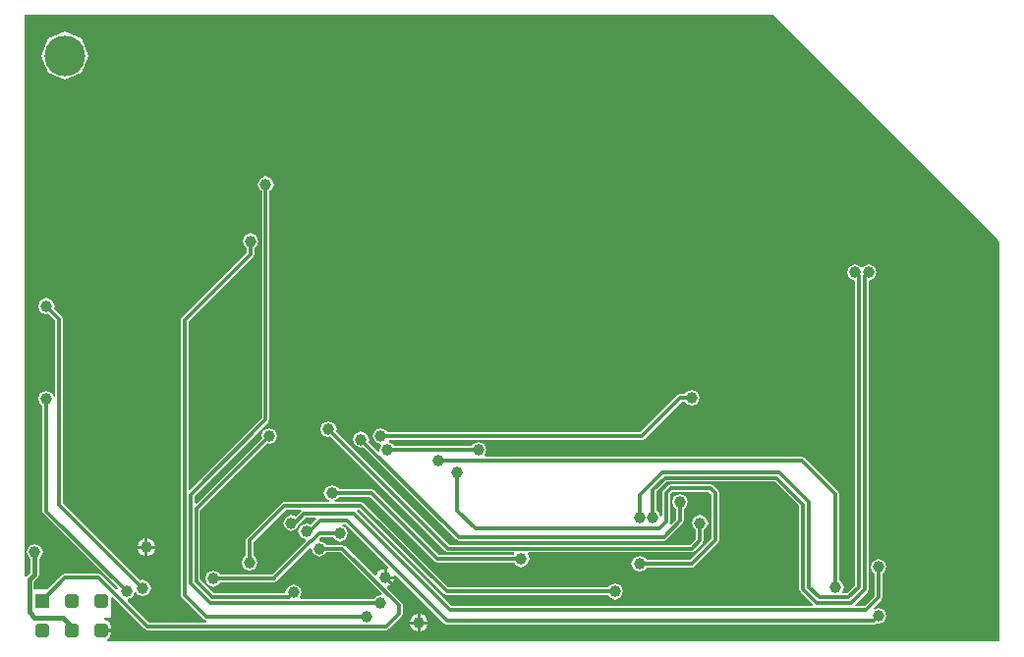
<source format=gbl>
%FSTAX25Y25*%
%MOIN*%
%SFA1B1*%

%IPPOS*%
%AMD31*
4,1,8,-0.011800,-0.023600,0.011800,-0.023600,0.023600,-0.011800,0.023600,0.011800,0.011800,0.023600,-0.011800,0.023600,-0.023600,0.011800,-0.023600,-0.011800,-0.011800,-0.023600,0.0*
1,1,0.023620,-0.011800,-0.011800*
1,1,0.023620,0.011800,-0.011800*
1,1,0.023620,0.011800,0.011800*
1,1,0.023620,-0.011800,0.011800*
%
%ADD26C,0.011810*%
%ADD27C,0.015750*%
G04~CAMADD=31~8~0.0~0.0~472.4~472.4~118.1~0.0~15~0.0~0.0~0.0~0.0~0~0.0~0.0~0.0~0.0~0~0.0~0.0~0.0~180.0~472.0~472.0*
%ADD31D31*%
%ADD32R,0.047240X0.047240*%
%ADD33C,0.039370*%
%ADD34C,0.137800*%
%LNvisitcardpcb-1*%
%LPD*%
G36*
X0332677Y0137795D02*
Y0001969D01*
X0030025*
X0029907Y0002559*
X0030724Y0002898*
X0031416Y0004567*
Y0005248*
X0027874*
Y0006248*
X0031416*
Y0006929*
X0030724Y0008598*
X0029055Y000929*
X0029147Y0009843*
X0031496*
Y0016697*
X0032042Y0016923*
X0042799Y0006166*
X004371Y0005788*
X0124794*
X0125705Y0006166*
X0130045Y0010506*
X0130422Y0011417*
Y0014173*
X0130045Y0015084*
Y0015085*
X0125005Y0020124*
X012512Y0020704*
X0126681Y002135*
X0127415Y0023122*
X0124409*
Y0023622*
X0123909*
Y0026628*
X0122137Y0025894*
X0121491Y0024333*
X0120912Y0024218*
X0110754Y0034376*
X0109843Y0034753*
X0104215*
X0103934Y003543*
X0102194Y0036151*
X0101998Y003679*
X0102502Y0037294*
X0106809*
X0107089Y0036617*
X0109055Y0035803*
X0111021Y0036617*
X0111835Y0038583*
X0111021Y0040549*
X0109848Y0041034*
X0109966Y0041625*
X0110883*
X0125496Y0027012*
X0125168Y0026521*
X0124909Y0026628*
Y0024122*
X0127415*
X0127308Y0024381*
X0127799Y0024709*
X0144364Y0008144*
X0145276Y0007767*
X0290158*
X0291045Y0008134*
X0291732Y000785*
X0293698Y0008664*
X0294512Y001063*
X0293698Y0012596*
X0291732Y001341*
X0290262Y0012801*
X0289927Y0013302*
X0292643Y0016018*
X0293021Y0016929*
Y0024919*
X0293698Y0025199*
X0294512Y0027165*
X0293698Y0029131*
X0291732Y0029945*
X0289766Y0029131*
X0288952Y0027165*
X0289766Y0025199*
X0290444Y0024919*
Y0017463*
X0286868Y0013887*
X0283895*
X0283651Y0014478*
X0287919Y0018746*
X0288297Y0019657*
Y0124387*
X0290258Y0125199*
X0291072Y0127165*
X0290258Y0129131*
X0288292Y0129946*
X0286355Y0129143*
X0286245Y0129113*
X0285802*
X0285692Y0129143*
X0283755Y0129946*
X0281789Y0129131*
X0280975Y0127165*
X0281789Y0125199*
X0283751Y0124387*
Y0021006*
X0280962Y0018218*
X0279614*
X0279256Y0018808*
X0279945Y0020472*
X0279131Y0022438*
X0278454Y0022719*
Y0051968*
X0278077Y005288*
X0266659Y0064297*
X0265748Y0064674*
X0158354*
X0157996Y0065265*
X0158686Y0066929*
X0157871Y0068895*
X0155905Y0069709*
X015394Y0068895*
X0153659Y0068218*
X0127443*
X0127163Y0068895*
X0125803Y0069458*
X0125543Y0070166*
X0125657Y0070365*
X0211417*
X0212328Y0070742*
X0224943Y0083357*
X02261*
X0226381Y008268*
X0228346Y0081866*
X0230312Y008268*
X0231127Y0084646*
X0230312Y0086611*
X0228346Y0087426*
X0226381Y0086611*
X02261Y0085934*
X022441*
X0223498Y0085557*
X0210883Y0072942*
X0125081*
X01248Y0073619*
X0122834Y0074433*
X0120869Y0073619*
X0120054Y0071653*
X0120869Y0069688*
X012262Y0068962*
X0122834Y0068873*
X0122996Y0068328*
X0122417Y0066929*
X012248Y0066775*
X012199Y0066447*
X0118641Y0069795*
X0118922Y0070472*
X0118108Y0072438*
X0116142Y0073253*
X0114176Y0072438*
X0113362Y0070472*
X0114176Y0068507*
X0116142Y0067692*
X0116819Y0067973*
X0148301Y003649*
X0149213Y0036113*
X0218898*
X0219809Y003649*
X0225321Y0042002*
X0225698Y0042913*
Y0046966*
X0226375Y0047247*
X022719Y0049213*
X0226375Y0051178*
X022441Y0051993*
X0222444Y0051178*
X0221629Y0049213*
X0222444Y0047247*
X0223121Y0046966*
Y0043447*
X0221202Y0041529*
X0220702Y0041863*
X0220974Y004252*
Y0051828*
X0221794Y0052648*
X0234112*
X0235129Y0051632*
Y0036951*
X0227813Y0029635*
X0212876*
X0212596Y0030312*
X021063Y0031127*
X0208664Y0030312*
X020785Y0028346*
X0208664Y0026381*
X021063Y0025566*
X0212596Y0026381*
X0212876Y0027058*
X0228346*
X0229258Y0027435*
X0237329Y0035506*
X0237706Y0036417*
Y0052165*
X0237329Y0053077*
X0235557Y0054848*
X0234646Y0055226*
X022126*
X0220349Y0054848*
X0218774Y0053273*
X0218396Y0052362*
Y0044553*
X0217806Y0044435*
X0217133Y004606*
X0216456Y0046341*
Y0052822*
X0219825Y0056192*
X0256553*
X0264853Y0047891*
Y0019657*
X026523Y0018746*
X0269499Y0014478*
X0269254Y0013887*
X0146991*
X0114725Y0046152*
X0114739Y0046321*
X0114892Y0046743*
X0115608*
X0144364Y0017986*
X0145276Y0017609*
X0200116*
X0200396Y0016932*
X0202362Y0016117*
X0204328Y0016932*
X0205142Y0018898*
X0204328Y0020864*
X0202362Y0021678*
X0200396Y0020864*
X0200116Y0020186*
X0145809*
X0117053Y0048943*
X0116142Y004932*
X010721*
X0107093Y0049911*
X0108265Y0050396*
X0108546Y0051074*
X0119151*
X0141215Y002901*
X0142126Y0028633*
X0168226*
X0168507Y0027955*
X0170472Y0027141*
X0172438Y0027955*
X0173253Y0029921*
X0172563Y0031585*
X0172921Y0032176*
X0228346*
X0229258Y0032553*
X0232014Y0035309*
X0232391Y003622*
Y003988*
X0233068Y004016*
X0233882Y0042126*
X0233068Y0044092*
X0231102Y0044906*
X0229136Y0044092*
X0228322Y0042126*
X0229136Y004016*
X0229814Y003988*
Y0036754*
X0227813Y0034753*
X0146203*
X0107618Y0073339*
X0107898Y0074016*
X0107084Y0075982*
X0105118Y0076796*
X0103152Y0075982*
X0102338Y0074016*
X0103152Y007205*
X0105118Y0071236*
X0105795Y0071516*
X0144758Y0032553*
X0145669Y0032176*
X0167876*
X0168194Y0031656*
X0167971Y003121*
X014266*
X0120596Y0053273*
X0119685Y0053651*
X0108546*
X0108265Y0054328*
X0106299Y0055142*
X0104333Y0054328*
X0103519Y0052362*
X0104333Y0050396*
X0105506Y0049911*
X0105388Y004932*
X0090158*
X0089246Y0048943*
X0077435Y0037132*
X0077058Y003622*
Y0030986*
X0076381Y0030706*
X0075566Y002874*
X0076381Y0026774*
X0078347Y002596*
X0080312Y0026774*
X0081127Y002874*
X0080312Y0030706*
X0079635Y0030986*
Y0035687*
X0090691Y0046743*
X0095738*
X0095891Y0046321*
X0095905Y0046152*
X0094032Y004428*
X009252Y0044906*
X0090554Y0044092*
X008974Y0042126*
X0090554Y004016*
X009252Y0039346*
X0094485Y004016*
X0095142Y0041745*
X0097384Y0043987*
X0100778*
X0101023Y0043396*
X009915Y0041524*
X0097638Y004215*
X0095672Y0041336*
X0094858Y003937*
X0095672Y0037404*
X009734Y0036713*
X0097507Y0036044*
X0085979Y0024517*
X0068388*
X0068108Y0025194*
X0066142Y0026008*
X0064176Y0025194*
X0063362Y0023228*
X0064176Y0021262*
X0066142Y0020448*
X0068108Y0021262*
X0068388Y002194*
X0086614*
X0087525Y0022317*
X0087772Y0022564*
X0087843Y0022736*
X0098643Y0033536*
X0099252Y003331*
X0100003Y0031499*
X0101969Y0030684*
X0103934Y0031499*
X0104215Y0032176*
X0109309*
X0123317Y0018168*
X0122989Y0017677*
X0122835Y0017741*
X0120869Y0016927*
X0120666Y0016437*
X009587*
X0095476Y0017027*
X0096087Y0018504*
X0095273Y002047*
X0093307Y0021284*
X0091341Y002047*
X0090527Y0018504*
X0090336Y0018218*
X0066282*
X0061525Y0022975*
Y0046317*
X0084362Y0069154*
X0085039Y0068873*
X0087005Y0069688*
X0087819Y0071653*
X0087005Y0073619*
X0085039Y0074434*
X0083074Y0073619*
X0082259Y0071653*
X008254Y0070976*
X0060289Y0048726*
X0059744Y0048952*
Y0051228*
X0084769Y0076254*
X0085147Y0077165*
Y015484*
X0085824Y0155121*
X0086638Y0157087*
X0085824Y0159052*
X0083858Y0159867*
X0081892Y0159052*
X0081078Y0157087*
X0081892Y0155121*
X008257Y015484*
Y0077699*
X0058133Y0053263*
X0057588Y0053489*
Y011049*
X0079651Y0132553*
X0080029Y0133465*
Y0135549*
X0080706Y0135829*
X008152Y0137795*
X0080706Y0139761*
X007874Y0140575*
X0076774Y0139761*
X007596Y0137795*
X0076774Y0135829*
X0077451Y0135549*
Y0133998*
X0055388Y0111935*
X0055011Y0111024*
Y0017717*
X0055388Y0016805*
X0062868Y0009325*
X0063779Y0008948*
Y0008947*
X0063758Y0008366*
X0044244*
X003698Y001563*
X0037119Y0016326*
X003858Y0016932*
X0039295Y0018658*
X0039934*
X004016Y0018113*
X0042126Y0017299*
X0044092Y0018113*
X0044906Y0020079*
X0044092Y0022045*
X0042126Y0022859*
X0041449Y0022578*
X0015068Y0048959*
Y0111417*
X0014691Y0112329*
X0011948Y0115071*
X0012229Y0115748*
X0011415Y0117714*
X0009449Y0118528*
X0007483Y0117714*
X0006669Y0115748*
X0007483Y0113782*
X0009449Y0112968*
X0010126Y0113248*
X0012491Y0110883*
Y0085163*
X00119Y0085045*
X0011415Y0086218*
X0009449Y0087032*
X0007483Y0086218*
X0006669Y0084252*
X0007483Y0082286*
X000816Y0082006*
Y0046063*
X0008538Y0045152*
X0033745Y0019945*
X0033688Y0019757*
X003302Y001959*
X0028077Y0024533*
X0027165Y0024911*
X0015748*
X0014837Y0024533*
X0009989Y0019685*
X0005036*
Y0022203*
X0006564Y0023732*
X0007004Y0024794*
Y0030116*
X0007468Y0030308*
X0008282Y0032274*
X0007468Y003424*
X0005502Y0035054*
X0003537Y003424*
X0002722Y0032274*
X0003537Y0030308*
X0004001Y0030116*
Y0025416*
X0002559Y0023974*
X0002147Y002406*
X0001969Y0024155*
Y0214567*
X0255906*
X0332677Y0137795*
G37*
%LNvisitcardpcb-2*%
%LPC*%
G36*
X0136327Y0011274D02*
Y0008768D01*
X0138833*
X0138099Y001054*
X0136327Y0011274*
G37*
G36*
X0135327D02*
X0133555Y001054D01*
X0132821Y0008768*
X0135327*
Y0011274*
G37*
G36*
Y0007768D02*
X0132821D01*
X0133555Y0005996*
X0135327Y0005262*
Y0007768*
G37*
G36*
X0138833D02*
X0136327D01*
Y0005262*
X0138099Y0005996*
X0138833Y0007768*
G37*
G36*
X0043807Y0036864D02*
Y0034358D01*
X0046313*
X0045579Y003613*
X0043807Y0036864*
G37*
G36*
X0015748Y0208894D02*
X0010016Y020652D01*
X0007641Y0200787*
X0010016Y0195055*
X0015748Y0192681*
X002148Y0195055*
X0023855Y0200787*
X002148Y020652*
X0015748Y0208894*
G37*
G36*
X0042807Y0036864D02*
X0041035Y003613D01*
X0040301Y0034358*
X0042807*
Y0036864*
G37*
G36*
Y0033358D02*
X0040301D01*
X0041035Y0031586*
X0042807Y0030852*
Y0033358*
G37*
G36*
X0046313D02*
X0043807D01*
Y0030852*
X0045579Y0031586*
X0046313Y0033358*
G37*
%LNvisitcardpcb-3*%
%LPD*%
G54D26*
X0126772Y0004724D02*
X0132283Y0010236D01*
Y0015748*
X0124409Y0023622D02*
X0132283Y0015748D01*
X0129134Y0011417D02*
Y0014173D01*
X0109843Y0033465D02*
X0129134Y0014173D01*
X0101969Y0033465D02*
X0109843D01*
X004371Y0007077D02*
X0124794D01*
X0027165Y0023622D02*
X004371Y0007077D01*
X0063779Y0010236D02*
X011811D01*
X0056299Y0017717D02*
X0063779Y0010236D01*
X0285039Y0020472D02*
Y0125984D01*
X0219291Y005748D02*
X0257087D01*
X0266142Y0048425*
X0282311Y0014961D02*
X0287008Y0019657D01*
X0270838Y0014961D02*
X0282311D01*
X0266142Y0019657D02*
Y0048425D01*
Y0019657D02*
X0270838Y0014961D01*
X0215167Y0044094D02*
Y0053356D01*
X0219291Y005748*
X0218476Y0059449D02*
X0257902D01*
X026811Y0049241*
X0281496Y0016929D02*
X0285039Y0020472D01*
X0271654Y0016929D02*
X0281496D01*
X026811Y0020472D02*
Y0049241D01*
Y0020472D02*
X0271654Y0016929D01*
X021063Y0044094D02*
Y0051603D01*
X0218476Y0059449*
X0288189Y0127165D02*
X0288292D01*
X0287008Y0125984D02*
X0288189Y0127165D01*
X0283755D02*
X0283858D01*
X0285039Y0125984*
X0287008Y0019657D02*
Y0125984D01*
X0148819Y0046457D02*
Y0059449D01*
Y0046457D02*
X0155118Y0040157D01*
X0217323*
X0219685Y004252*
Y0052362*
X022126Y0053937*
X0234646*
X0236417Y0052165*
Y0036417D02*
Y0052165D01*
X0228346Y0028346D02*
X0236417Y0036417D01*
X021063Y0028346D02*
X0228346D01*
X0058455Y0021703D02*
X006501Y0015148D01*
X0122647*
X0122835Y0014961*
X0124794Y0007077D02*
X0129134Y0011417D01*
X0056299Y0017717D02*
Y0111024D01*
X0277165Y0020472D02*
Y0051968D01*
X0265748Y0063386D02*
X0277165Y0051968D01*
X0142519Y0063386D02*
X0265748D01*
X0125197Y0066929D02*
X0155905D01*
X0122834Y0071653D02*
X0211417D01*
X022441Y0084646*
X0145669Y0033465D02*
X0228346D01*
X0119685Y0052362D02*
X0142126Y0029921D01*
X0170472*
X0106299Y0052362D02*
X0119685D01*
X0090158Y0048031D02*
X0116142D01*
X022441Y0084646D02*
X0228346D01*
X022441Y0042913D02*
Y0049213D01*
X0218898Y0037402D02*
X022441Y0042913D01*
X0149213Y0037402D02*
X0218898D01*
X0116142Y0070472D02*
X0149213Y0037402D01*
X0101969Y0038583D02*
X0109055D01*
X0099213Y0035827D02*
X0101969Y0038583D01*
X0102362Y0042913D02*
X0111417D01*
X0098819Y003937D02*
X0102362Y0042913D01*
X0097638Y003937D02*
X0098819D01*
X0145276Y0009055D02*
X0290158D01*
X0111417Y0042913D02*
X0145276Y0009055D01*
X0113779Y0045276D02*
X0146457Y0012598D01*
X009685Y0045276D02*
X0113779D01*
X0093701Y0042126D02*
X009685Y0045276D01*
X0146457Y0012598D02*
X0287402D01*
X0145276Y0018898D02*
X0202362D01*
X0116142Y0048031D02*
X0145276Y0018898D01*
X0231102Y003622D02*
Y0042126D01*
X0228346Y0033465D02*
X0231102Y003622D01*
X0105118Y0074016D02*
X0145669Y0033465D01*
X009252Y0042126D02*
X0093701D01*
X0287402Y0012598D02*
X0291732Y0016929D01*
X0290158Y0009055D02*
X0291732Y001063D01*
X0078347Y003622D02*
X0090158Y0048031D01*
X0078347Y002874D02*
Y003622D01*
X0015748Y0023622D02*
X0027165D01*
X0007874Y0015748D02*
X0015748Y0023622D01*
X001378Y0048425D02*
X0042126Y0020079D01*
X0291732Y0016929D02*
Y0027165D01*
X0099162Y0035877D02*
X0099213Y0035827D01*
X0086861Y0023576D02*
X0099162Y0035877D01*
X0009449Y0115748D02*
X001378Y0111417D01*
Y0048425D02*
Y0111417D01*
X0009449Y0046063D02*
Y0084252D01*
Y0046063D02*
X0036614Y0018898D01*
X0066142Y0023228D02*
X0086614D01*
X0060236Y0022441D02*
X0065748Y0016929D01*
X0086614Y0023228D02*
X0086861Y0023475D01*
X0060236Y0022441D02*
Y004685D01*
X0065748Y0016929D02*
X0091732D01*
X0060236Y004685D02*
X0085039Y0071653D01*
X0091732Y0016929D02*
X0093307Y0018504D01*
X0086861Y0023475D02*
Y0023576D01*
X0007874Y0015748D02*
D01*
X0027874Y0005748D02*
X0039921D01*
X0040945Y0004724*
X0126772*
X0083858Y0077165D02*
Y0157087D01*
X0058455Y0051762D02*
X0083858Y0077165D01*
X0058455Y0021703D02*
Y0051762D01*
X007874Y0133465D02*
Y0137795D01*
X0056299Y0111024D02*
X007874Y0133465D01*
G54D27*
X0005502Y0024794D02*
Y0032274D01*
X0003534Y0022825D02*
X0005502Y0024794D01*
X0003534Y0011821D02*
Y0022825D01*
Y0011821D02*
X0005512Y0009843D01*
X0014961*
X0017874Y0006929*
Y0005748D02*
Y0006929D01*
G54D31*
X0027874Y0005748D03*
X0017874D03*
X0007874D03*
X0027874Y0015748D03*
X0017874D03*
G54D32*
X0007874Y0015748D03*
G54D33*
X0043307Y0033858D03*
X0135827Y0008268D03*
X0124409Y0023622D03*
X0215167Y0044094D03*
X021063D03*
X0288292Y0127165D03*
X0283755D03*
X0083858Y0157087D03*
X0122835Y0014961D03*
X011811Y0010236D03*
X0101969Y0033465D03*
X021063Y0028346D03*
X0148819Y0059449D03*
X0277165Y0020472D03*
X0142519Y0063386D03*
X0155905Y0066929D03*
X0122834Y0071653D03*
X0125197Y0066929D03*
X0170472Y0029921D03*
X0106299Y0052362D03*
X0228346Y0084646D03*
X022441Y0049213D03*
X0116142Y0070472D03*
X0231102Y0042126D03*
X0105118Y0074016D03*
X009252Y0042126D03*
X0109055Y0038583D03*
X0202362Y0018898D03*
X0097638Y003937D03*
X0078347Y002874D03*
X0005502Y0032274D03*
X0042126Y0020079D03*
X0291732Y0027165D03*
Y001063D03*
X0009449Y0115748D03*
Y0084252D03*
X0066142Y0023228D03*
X0036614Y0018898D03*
X0093307Y0018504D03*
X0085039Y0071653D03*
X007874Y0137795D03*
G54D34*
X0015748Y0200787D03*
M02*
</source>
